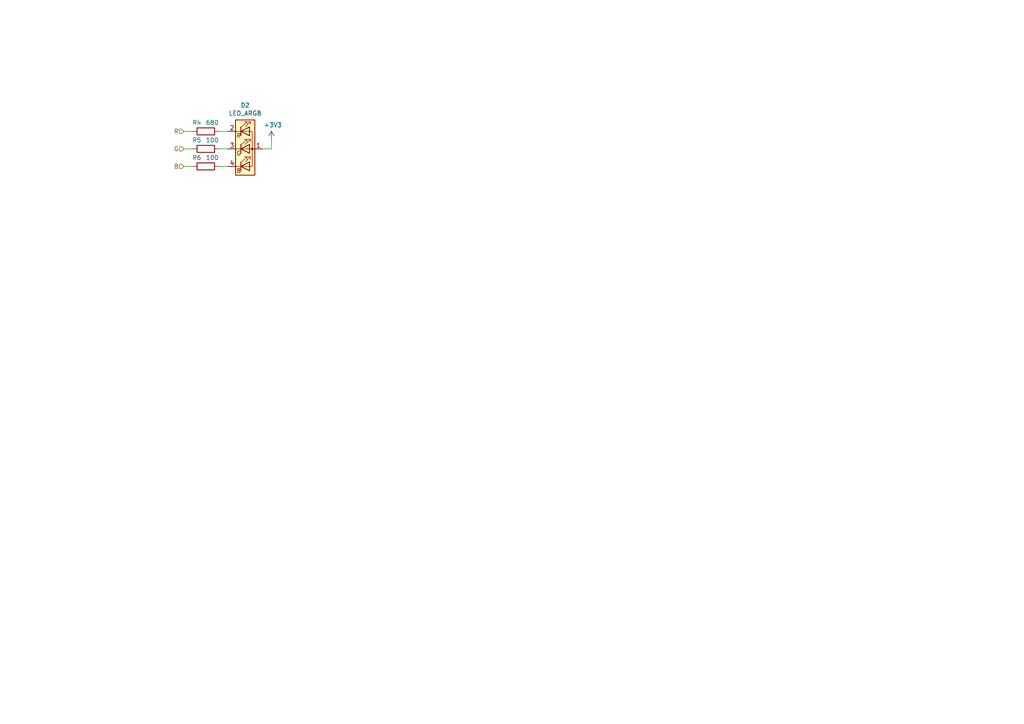
<source format=kicad_sch>
(kicad_sch (version 20211123) (generator eeschema)
  (paper "A4")
  (lib_symbols
    (symbol "Device:LED_ARGB" (pin_names (offset 0) hide)
      (property "Reference" "D" (at 0 9.398 0))
      (property "Value" "LED_ARGB" (at 0 -8.89 0))
      (symbol "LED_ARGB_0_0"
        (text "B" (at -1.905 -6.35 0) (effects (font (size 1.27 1.27))))
        (text "G" (at -1.905 -1.27 0) (effects (font (size 1.27 1.27))))
        (text "R" (at -1.905 3.81 0) (effects (font (size 1.27 1.27))))
      )
      (symbol "LED_ARGB_0_1"
        (polyline (pts (xy -1.27 -5.08) (xy -2.54 -5.08)))
        (polyline (pts (xy -1.27 -5.08) (xy 1.27 -5.08)))
        (polyline (pts (xy -1.27 -3.81) (xy -1.27 -6.35)) (stroke (width 0.254)))
        (polyline (pts (xy -1.27 0) (xy -2.54 0)))
        (polyline (pts (xy -1.27 1.27) (xy -1.27 -1.27)) (stroke (width 0.254)))
        (polyline (pts (xy -1.27 5.08) (xy -2.54 5.08)))
        (polyline (pts (xy -1.27 5.08) (xy 1.27 5.08)))
        (polyline (pts (xy -1.27 6.35) (xy -1.27 3.81)) (stroke (width 0.254)))
        (polyline (pts (xy 1.27 0) (xy -1.27 0)))
        (polyline (pts (xy 1.27 0) (xy 2.54 0)))
        (polyline (pts (xy -1.27 1.27) (xy -1.27 -1.27) (xy -1.27 -1.27)))
        (polyline (pts (xy -1.27 6.35) (xy -1.27 3.81) (xy -1.27 3.81)))
        (polyline (pts (xy 1.27 -5.08) (xy 2.032 -5.08) (xy 2.032 5.08) (xy 1.27 5.08)))
        (polyline (pts (xy 1.27 -3.81) (xy 1.27 -6.35) (xy -1.27 -5.08) (xy 1.27 -3.81)) (stroke (width 0.254)))
        (polyline (pts (xy 1.27 1.27) (xy 1.27 -1.27) (xy -1.27 0) (xy 1.27 1.27)) (stroke (width 0.254)))
        (polyline (pts (xy 1.27 6.35) (xy 1.27 3.81) (xy -1.27 5.08) (xy 1.27 6.35)) (stroke (width 0.254)))
        (polyline (pts (xy -1.016 -3.81) (xy 0.508 -2.286) (xy -0.254 -2.286) (xy 0.508 -2.286) (xy 0.508 -3.048)))
        (polyline (pts (xy -1.016 1.27) (xy 0.508 2.794) (xy -0.254 2.794) (xy 0.508 2.794) (xy 0.508 2.032)))
        (polyline (pts (xy -1.016 6.35) (xy 0.508 7.874) (xy -0.254 7.874) (xy 0.508 7.874) (xy 0.508 7.112)))
        (polyline (pts (xy 0 -3.81) (xy 1.524 -2.286) (xy 0.762 -2.286) (xy 1.524 -2.286) (xy 1.524 -3.048)))
        (polyline (pts (xy 0 1.27) (xy 1.524 2.794) (xy 0.762 2.794) (xy 1.524 2.794) (xy 1.524 2.032)))
        (polyline (pts (xy 0 6.35) (xy 1.524 7.874) (xy 0.762 7.874) (xy 1.524 7.874) (xy 1.524 7.112)))
        (rectangle (start 1.27 -1.27) (end 1.27 1.27))
        (rectangle (start 1.27 1.27) (end 1.27 1.27))
        (rectangle (start 1.27 3.81) (end 1.27 6.35))
        (rectangle (start 1.27 6.35) (end 1.27 6.35))
        (circle (center 2.032 0) (radius 0.254) (fill (type outline)))
        (rectangle (start 2.794 8.382) (end -2.794 -7.62) (stroke (width 0.254)) (fill (type background)))
      )
      (symbol "LED_ARGB_1_1"
        (pin passive line (at 5.08 0 180) (length 2.54) (name "A") (number "1"))
        (pin passive line (at -5.08 5.08 0) (length 2.54) (name "RK") (number "2"))
        (pin passive line (at -5.08 0 0) (length 2.54) (name "GK") (number "3"))
        (pin passive line (at -5.08 -5.08 0) (length 2.54) (name "BK") (number "4"))
      )
    )
    (symbol "Device:R" (pin_numbers hide) (pin_names (offset 0))
      (property "Reference" "R" (at 2.032 0 90))
      (property "Value" "R" (at 0 0 90))
      (symbol "R_0_1"
        (rectangle (start -1.016 -2.54) (end 1.016 2.54) (stroke (width 0.254)))
      )
      (symbol "R_1_1"
        (pin passive line (at 0 3.81 270) (length 1.27) (name "~") (number "1"))
        (pin passive line (at 0 -3.81 90) (length 1.27) (name "~") (number "2"))
      )
    )
    (symbol "power:+3V3" (power) (pin_names (offset 0))
      (property "Value" "+3V3" (at 0 3.556 0))
      (symbol "+3V3_0_1"
        (polyline (pts (xy -0.762 1.27) (xy 0 2.54)))
        (polyline (pts (xy 0 0) (xy 0 2.54)))
        (polyline (pts (xy 0 2.54) (xy 0.762 1.27)))
      )
      (symbol "+3V3_1_1"
        (pin power_in line (at 0 0 90) (length 0) hide (name "+3V3") (number "1"))
      )
    )
  )
  (wire (pts (xy 76.2 43.18) (xy 78.74 43.18)))
  (wire (pts (xy 66.04 38.1) (xy 63.5 38.1)))
  (wire (pts (xy 78.74 43.18) (xy 78.74 40.64)))
  (wire (pts (xy 55.88 38.1) (xy 53.34 38.1)))
  (wire (pts (xy 66.04 48.26) (xy 63.5 48.26)))
  (wire (pts (xy 66.04 43.18) (xy 63.5 43.18)))
  (wire (pts (xy 55.88 43.18) (xy 53.34 43.18)))
  (wire (pts (xy 55.88 48.26) (xy 53.34 48.26)))
  (hierarchical_label "G" (shape input) (at 53.34 43.18 180))
  (hierarchical_label "R" (shape input) (at 53.34 38.1 180))
  (hierarchical_label "B" (shape input) (at 53.34 48.26 180))
  (symbol (lib_id "Device:R") (at 59.69 38.1 90) (mirror x)
    (property "Reference" "R4" (at 58.42 35.56 90) (effects (justify left)))
    (property "Value" "680" (at 63.5 35.56 90) (effects (justify left)))
    (property "Footprint" "Resistor_SMD:R_0603_1608Metric_Pad1.05x0.95mm_HandSolder" (effects hide))
  )
  (symbol (lib_id "Device:R") (at 59.69 43.18 90) (mirror x)
    (property "Reference" "R5" (at 58.42 40.64 90) (effects (justify left)))
    (property "Value" "100" (at 63.5 40.64 90) (effects (justify left)))
    (property "Footprint" "Resistor_SMD:R_0603_1608Metric_Pad1.05x0.95mm_HandSolder" (effects hide))
  )
  (symbol (lib_id "Device:R") (at 59.69 48.26 90) (mirror x)
    (property "Reference" "R6" (at 58.42 45.72 90) (effects (justify left)))
    (property "Value" "100" (at 63.5 45.72 90) (effects (justify left)))
    (property "Footprint" "Resistor_SMD:R_0603_1608Metric_Pad1.05x0.95mm_HandSolder" (effects hide))
  )
  (symbol (lib_id "Device:LED_ARGB") (at 71.12 43.18 0)
    (property "Reference" "D2" (at 71.12 30.5562 0))
    (property "Value" "LED_ARGB" (at 71.12 32.8676 0))
    (property "Footprint" "LED_SMD:LED_Cree-PLCC4_3.2x2.8mm_CCW" (effects hide))
  )
  (symbol (lib_id "power:+3V3") (at 78.74 40.64 0)
    (property "Reference" "#PWR0114" (effects hide))
    (property "Value" "+3V3" (at 79.121 36.2458 0))
  )
)
</source>
